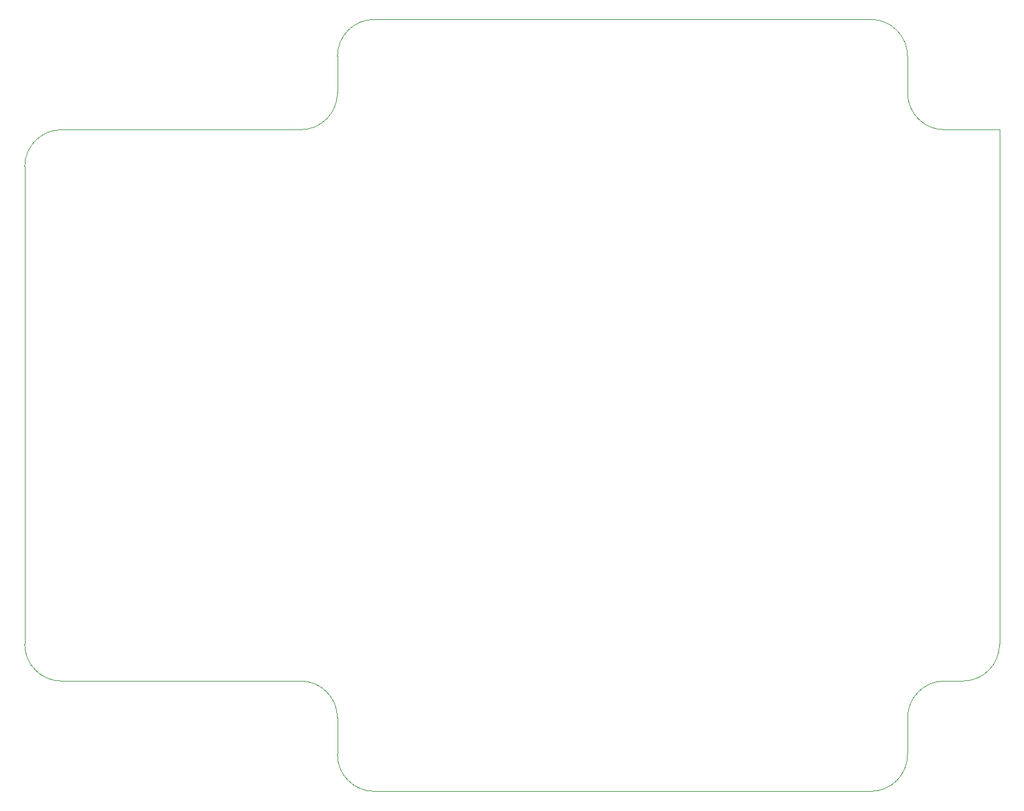
<source format=gm1>
G04 #@! TF.GenerationSoftware,KiCad,Pcbnew,7.0.5*
G04 #@! TF.CreationDate,2023-11-30T10:19:55+10:00*
G04 #@! TF.ProjectId,HEXCORE PCB Design v0,48455843-4f52-4452-9050-434220446573,rev?*
G04 #@! TF.SameCoordinates,Original*
G04 #@! TF.FileFunction,Profile,NP*
%FSLAX46Y46*%
G04 Gerber Fmt 4.6, Leading zero omitted, Abs format (unit mm)*
G04 Created by KiCad (PCBNEW 7.0.5) date 2023-11-30 10:19:55*
%MOMM*%
%LPD*%
G01*
G04 APERTURE LIST*
G04 #@! TA.AperFunction,Profile*
%ADD10C,0.100000*%
G04 #@! TD*
G04 APERTURE END LIST*
D10*
X152500000Y-112500000D02*
G75*
G03*
X157500000Y-107500000I0J5000000D01*
G01*
X157500000Y-107500000D02*
X157500000Y-37500000D01*
X25000000Y-42500000D02*
X25000000Y-107500000D01*
X67500000Y-117500000D02*
X67500000Y-122500000D01*
X67500000Y-117500000D02*
G75*
G03*
X62500000Y-112500000I-5000000J0D01*
G01*
X67500000Y-27500000D02*
X67500000Y-32500000D01*
X140000000Y-22500000D02*
X72500000Y-22500000D01*
X25000000Y-107500000D02*
G75*
G03*
X30000000Y-112500000I5000000J0D01*
G01*
X30000000Y-37500000D02*
G75*
G03*
X25000000Y-42500000I0J-5000000D01*
G01*
X140000000Y-127500000D02*
G75*
G03*
X145000000Y-122500000I0J5000000D01*
G01*
X150000000Y-112500000D02*
X152500000Y-112500000D01*
X145000000Y-27500000D02*
G75*
G03*
X140000000Y-22500000I-5000000J0D01*
G01*
X150000000Y-112500000D02*
G75*
G03*
X145000000Y-117500000I0J-5000000D01*
G01*
X62500000Y-37500000D02*
G75*
G03*
X67500000Y-32500000I0J5000000D01*
G01*
X30000000Y-112500000D02*
X62500000Y-112500000D01*
X145000000Y-32500000D02*
X145000000Y-27500000D01*
X157500000Y-37500000D02*
X150000000Y-37500000D01*
X72500000Y-22500000D02*
G75*
G03*
X67500000Y-27500000I0J-5000000D01*
G01*
X72500000Y-127500000D02*
X140000000Y-127500000D01*
X67500000Y-122500000D02*
G75*
G03*
X72500000Y-127500000I5000000J0D01*
G01*
X145000000Y-32500000D02*
G75*
G03*
X150000000Y-37500000I5000000J0D01*
G01*
X145000000Y-122500000D02*
X145000000Y-117500000D01*
X62500000Y-37500000D02*
X30000000Y-37500000D01*
M02*

</source>
